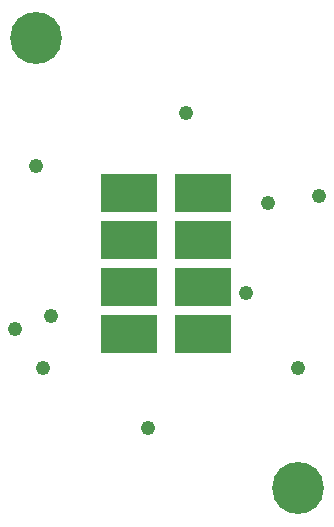
<source format=gbs>
%FSLAX25Y25*%
%MOIN*%
G70*
G01*
G75*
G04 Layer_Color=48896*
%ADD10R,0.05000X0.08000*%
%ADD11R,0.08000X0.05000*%
%ADD12R,0.05906X0.05906*%
%ADD13P,0.08352X4X255.0*%
%ADD14P,0.08352X4X195.0*%
%ADD15C,0.02500*%
%ADD16C,0.16500*%
%ADD17C,0.04000*%
%ADD18R,0.17716X0.12205*%
%ADD19C,0.01000*%
%ADD20R,0.04000X0.07000*%
%ADD21R,0.07000X0.04000*%
%ADD22R,0.04906X0.04906*%
%ADD23P,0.06937X4X255.0*%
%ADD24P,0.06937X4X195.0*%
%ADD25R,0.16716X0.11205*%
%ADD26R,0.05800X0.08800*%
%ADD27R,0.08800X0.05800*%
%ADD28R,0.06706X0.06706*%
%ADD29P,0.09483X4X255.0*%
%ADD30P,0.09483X4X195.0*%
%ADD31C,0.17300*%
%ADD32C,0.04800*%
%ADD33R,0.18517X0.13005*%
D31*
X412500Y562500D02*
D03*
X500000Y412500D02*
D03*
D32*
X482500Y477500D02*
D03*
X462500Y537500D02*
D03*
X506890Y510000D02*
D03*
X412500Y520000D02*
D03*
X405610Y465610D02*
D03*
X500000Y452500D02*
D03*
X450000Y432500D02*
D03*
X490000Y507500D02*
D03*
X415000Y452500D02*
D03*
X417500Y470000D02*
D03*
D33*
X468306Y463900D02*
D03*
Y479648D02*
D03*
Y495396D02*
D03*
Y511144D02*
D03*
X443700D02*
D03*
Y495396D02*
D03*
Y479648D02*
D03*
Y463900D02*
D03*
M02*

</source>
